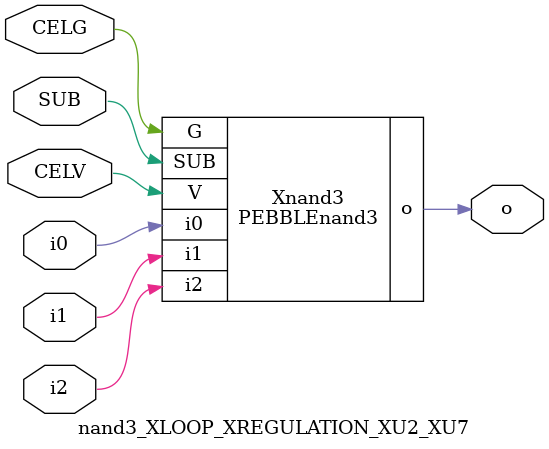
<source format=v>



module PEBBLEnand3 ( o, G, SUB, V, i0, i1, i2 );

  input i0;
  input V;
  input i2;
  input i1;
  input G;
  output o;
  input SUB;
endmodule

//Celera Confidential Do Not Copy nand3_XLOOP_XREGULATION_XU2_XU7
//Celera Confidential Symbol Generator
//5V Inverter
module nand3_XLOOP_XREGULATION_XU2_XU7 (CELV,CELG,i0,i1,i2,o,SUB);
input CELV;
input CELG;
input i0;
input i1;
input i2;
input SUB;
output o;

//Celera Confidential Do Not Copy nand3
PEBBLEnand3 Xnand3(
.V (CELV),
.i0 (i0),
.i1 (i1),
.i2 (i2),
.o (o),
.SUB (SUB),
.G (CELG)
);
//,diesize,PEBBLEnand3

//Celera Confidential Do Not Copy Module End
//Celera Schematic Generator
endmodule

</source>
